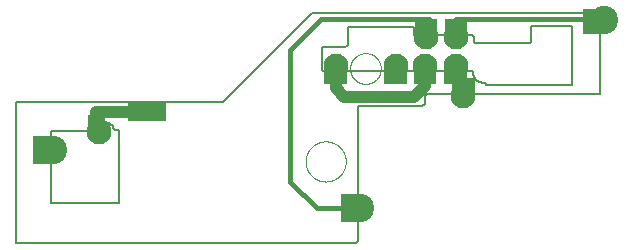
<source format=gtl>
G75*
%MOIN*%
%OFA0B0*%
%FSLAX25Y25*%
%IPPOS*%
%LPD*%
%AMOC8*
5,1,8,0,0,1.08239X$1,22.5*
%
%ADD10C,0.00500*%
%ADD11C,0.00000*%
%ADD12R,0.06298X0.06298*%
%ADD13R,0.05118X0.05118*%
%ADD14C,0.09449*%
%ADD15C,0.08268*%
%ADD16C,0.04000*%
%ADD17C,0.01600*%
D10*
X0042959Y0002747D02*
X0042959Y0049692D01*
X0112113Y0049692D01*
X0141821Y0079399D01*
X0237843Y0079399D01*
X0237843Y0052623D01*
X0180234Y0052623D01*
X0180178Y0052621D01*
X0180123Y0052615D01*
X0180068Y0052605D01*
X0180013Y0052591D01*
X0179960Y0052574D01*
X0179909Y0052552D01*
X0179859Y0052527D01*
X0179811Y0052499D01*
X0179765Y0052467D01*
X0179721Y0052432D01*
X0179680Y0052394D01*
X0179642Y0052353D01*
X0179607Y0052309D01*
X0179575Y0052263D01*
X0179547Y0052215D01*
X0179522Y0052165D01*
X0179500Y0052114D01*
X0179483Y0052061D01*
X0179469Y0052006D01*
X0179459Y0051951D01*
X0179453Y0051896D01*
X0179451Y0051840D01*
X0179451Y0049948D01*
X0179449Y0049878D01*
X0179443Y0049809D01*
X0179434Y0049739D01*
X0179421Y0049671D01*
X0179404Y0049603D01*
X0179383Y0049536D01*
X0179359Y0049471D01*
X0179332Y0049406D01*
X0179301Y0049344D01*
X0179266Y0049283D01*
X0179229Y0049224D01*
X0179188Y0049167D01*
X0179144Y0049113D01*
X0179098Y0049061D01*
X0179048Y0049011D01*
X0178996Y0048965D01*
X0178942Y0048921D01*
X0178885Y0048880D01*
X0178826Y0048843D01*
X0178765Y0048808D01*
X0178703Y0048777D01*
X0178638Y0048750D01*
X0178573Y0048726D01*
X0178506Y0048705D01*
X0178438Y0048688D01*
X0178370Y0048675D01*
X0178300Y0048666D01*
X0178231Y0048660D01*
X0178161Y0048658D01*
X0157132Y0048658D01*
X0157132Y0004322D01*
X0157130Y0004245D01*
X0157124Y0004168D01*
X0157115Y0004091D01*
X0157102Y0004015D01*
X0157085Y0003939D01*
X0157064Y0003865D01*
X0157040Y0003791D01*
X0157012Y0003719D01*
X0156981Y0003649D01*
X0156946Y0003580D01*
X0156908Y0003512D01*
X0156867Y0003447D01*
X0156822Y0003384D01*
X0156774Y0003323D01*
X0156724Y0003264D01*
X0156671Y0003208D01*
X0156615Y0003155D01*
X0156556Y0003105D01*
X0156495Y0003057D01*
X0156432Y0003012D01*
X0156367Y0002971D01*
X0156299Y0002933D01*
X0156230Y0002898D01*
X0156160Y0002867D01*
X0156088Y0002839D01*
X0156014Y0002815D01*
X0155940Y0002794D01*
X0155864Y0002777D01*
X0155788Y0002764D01*
X0155711Y0002755D01*
X0155634Y0002749D01*
X0155557Y0002747D01*
X0042959Y0002747D01*
X0054770Y0016330D02*
X0054770Y0040240D01*
X0067642Y0040240D01*
X0068062Y0040500D01*
X0068362Y0040959D01*
X0068661Y0041339D01*
X0068921Y0041599D01*
X0069221Y0041899D01*
X0069521Y0042098D01*
X0069902Y0042327D01*
X0070213Y0042506D01*
X0070642Y0042737D01*
X0070981Y0042908D01*
X0071280Y0043049D01*
X0071689Y0043178D01*
X0071999Y0043198D01*
X0072359Y0043178D01*
X0072619Y0043138D01*
X0072859Y0043078D01*
X0073198Y0042978D01*
X0073618Y0042818D01*
X0073938Y0042718D01*
X0074298Y0042538D01*
X0074638Y0042298D01*
X0074917Y0042038D01*
X0075217Y0041759D01*
X0075397Y0041479D01*
X0075517Y0041339D01*
X0075717Y0040999D01*
X0076029Y0040542D01*
X0077211Y0040542D01*
X0077211Y0016330D01*
X0054770Y0016330D01*
X0145604Y0060222D02*
X0194639Y0060222D01*
X0194642Y0060225D01*
X0194940Y0060224D01*
X0195191Y0060220D01*
X0195193Y0060094D01*
X0195199Y0059969D01*
X0195209Y0059843D01*
X0195223Y0059719D01*
X0195240Y0059594D01*
X0195262Y0059470D01*
X0195287Y0059347D01*
X0195317Y0059225D01*
X0195350Y0059104D01*
X0195387Y0058984D01*
X0195428Y0058865D01*
X0195472Y0058747D01*
X0195520Y0058631D01*
X0195572Y0058516D01*
X0195627Y0058404D01*
X0195686Y0058293D01*
X0195748Y0058183D01*
X0195814Y0058076D01*
X0195883Y0057971D01*
X0195955Y0057868D01*
X0196031Y0057768D01*
X0196109Y0057670D01*
X0196191Y0057574D01*
X0196275Y0057481D01*
X0196363Y0057391D01*
X0196453Y0057303D01*
X0196546Y0057219D01*
X0196642Y0057137D01*
X0196740Y0057059D01*
X0196840Y0056983D01*
X0196943Y0056911D01*
X0197048Y0056842D01*
X0197155Y0056776D01*
X0197265Y0056714D01*
X0197376Y0056655D01*
X0197488Y0056600D01*
X0197603Y0056548D01*
X0197719Y0056500D01*
X0197837Y0056456D01*
X0197956Y0056415D01*
X0198076Y0056378D01*
X0198197Y0056345D01*
X0198319Y0056315D01*
X0198442Y0056290D01*
X0198566Y0056268D01*
X0198691Y0056251D01*
X0198815Y0056237D01*
X0198941Y0056227D01*
X0199066Y0056221D01*
X0199192Y0056219D01*
X0199712Y0056219D01*
X0199712Y0055420D01*
X0227793Y0055420D01*
X0227845Y0055422D01*
X0227897Y0055428D01*
X0227948Y0055437D01*
X0227998Y0055451D01*
X0228047Y0055468D01*
X0228095Y0055489D01*
X0228141Y0055513D01*
X0228185Y0055541D01*
X0228226Y0055572D01*
X0228266Y0055606D01*
X0228302Y0055642D01*
X0228336Y0055682D01*
X0228367Y0055723D01*
X0228395Y0055768D01*
X0228419Y0055813D01*
X0228440Y0055861D01*
X0228457Y0055910D01*
X0228471Y0055960D01*
X0228480Y0056011D01*
X0228486Y0056063D01*
X0228488Y0056115D01*
X0228489Y0056115D02*
X0228489Y0075053D01*
X0228342Y0075053D01*
X0214668Y0075053D01*
X0214668Y0070491D01*
X0214666Y0070425D01*
X0214660Y0070360D01*
X0214651Y0070295D01*
X0214638Y0070231D01*
X0214621Y0070168D01*
X0214600Y0070106D01*
X0214576Y0070045D01*
X0214548Y0069985D01*
X0214517Y0069928D01*
X0214483Y0069872D01*
X0214445Y0069818D01*
X0214404Y0069767D01*
X0214361Y0069718D01*
X0214314Y0069671D01*
X0214265Y0069628D01*
X0214214Y0069587D01*
X0214160Y0069549D01*
X0214105Y0069515D01*
X0214047Y0069484D01*
X0213987Y0069456D01*
X0213926Y0069432D01*
X0213864Y0069411D01*
X0213801Y0069394D01*
X0213737Y0069381D01*
X0213672Y0069372D01*
X0213607Y0069366D01*
X0213541Y0069364D01*
X0196794Y0069364D01*
X0196731Y0069366D01*
X0196669Y0069371D01*
X0196607Y0069380D01*
X0196546Y0069393D01*
X0196485Y0069409D01*
X0196426Y0069429D01*
X0196367Y0069452D01*
X0196311Y0069479D01*
X0196256Y0069508D01*
X0196202Y0069541D01*
X0196151Y0069577D01*
X0196102Y0069616D01*
X0196055Y0069658D01*
X0196011Y0069702D01*
X0195969Y0069749D01*
X0195930Y0069798D01*
X0195894Y0069849D01*
X0195861Y0069903D01*
X0195832Y0069958D01*
X0195805Y0070014D01*
X0195782Y0070073D01*
X0195762Y0070132D01*
X0195746Y0070193D01*
X0195733Y0070254D01*
X0195724Y0070316D01*
X0195719Y0070378D01*
X0195717Y0070441D01*
X0195717Y0071468D01*
X0195715Y0071522D01*
X0195709Y0071577D01*
X0195700Y0071630D01*
X0195686Y0071683D01*
X0195669Y0071735D01*
X0195648Y0071785D01*
X0195624Y0071834D01*
X0195596Y0071881D01*
X0195565Y0071925D01*
X0195531Y0071968D01*
X0195494Y0072008D01*
X0195454Y0072045D01*
X0195411Y0072079D01*
X0195367Y0072110D01*
X0195320Y0072138D01*
X0195271Y0072162D01*
X0195221Y0072183D01*
X0195169Y0072200D01*
X0195116Y0072214D01*
X0195063Y0072223D01*
X0195008Y0072229D01*
X0194954Y0072231D01*
X0175727Y0072231D01*
X0175727Y0074918D01*
X0153779Y0074918D01*
X0153779Y0069576D01*
X0153777Y0069506D01*
X0153771Y0069436D01*
X0153762Y0069366D01*
X0153749Y0069298D01*
X0153732Y0069230D01*
X0153711Y0069163D01*
X0153687Y0069097D01*
X0153659Y0069032D01*
X0153628Y0068969D01*
X0153594Y0068908D01*
X0153556Y0068849D01*
X0153515Y0068792D01*
X0153471Y0068738D01*
X0153424Y0068685D01*
X0153375Y0068636D01*
X0153322Y0068589D01*
X0153268Y0068545D01*
X0153211Y0068504D01*
X0153152Y0068466D01*
X0153091Y0068432D01*
X0153028Y0068401D01*
X0152963Y0068373D01*
X0152897Y0068349D01*
X0152830Y0068328D01*
X0152762Y0068311D01*
X0152694Y0068298D01*
X0152624Y0068289D01*
X0152554Y0068283D01*
X0152484Y0068281D01*
X0144856Y0068281D01*
X0144856Y0060971D01*
X0144858Y0060918D01*
X0144864Y0060865D01*
X0144873Y0060812D01*
X0144886Y0060760D01*
X0144903Y0060710D01*
X0144924Y0060660D01*
X0144947Y0060613D01*
X0144975Y0060567D01*
X0145005Y0060523D01*
X0145039Y0060481D01*
X0145075Y0060442D01*
X0145114Y0060406D01*
X0145156Y0060372D01*
X0145200Y0060342D01*
X0145246Y0060314D01*
X0145293Y0060291D01*
X0145343Y0060270D01*
X0145393Y0060253D01*
X0145445Y0060240D01*
X0145498Y0060231D01*
X0145551Y0060225D01*
X0145604Y0060223D01*
D11*
X0154387Y0060986D02*
X0154389Y0061129D01*
X0154395Y0061272D01*
X0154405Y0061414D01*
X0154419Y0061556D01*
X0154437Y0061698D01*
X0154459Y0061840D01*
X0154484Y0061980D01*
X0154514Y0062120D01*
X0154548Y0062259D01*
X0154585Y0062397D01*
X0154627Y0062534D01*
X0154672Y0062669D01*
X0154721Y0062803D01*
X0154773Y0062936D01*
X0154829Y0063068D01*
X0154889Y0063197D01*
X0154953Y0063325D01*
X0155020Y0063452D01*
X0155091Y0063576D01*
X0155165Y0063698D01*
X0155242Y0063818D01*
X0155323Y0063936D01*
X0155407Y0064052D01*
X0155494Y0064165D01*
X0155584Y0064276D01*
X0155678Y0064384D01*
X0155774Y0064490D01*
X0155873Y0064592D01*
X0155976Y0064692D01*
X0156080Y0064789D01*
X0156188Y0064884D01*
X0156298Y0064975D01*
X0156411Y0065063D01*
X0156526Y0065147D01*
X0156643Y0065229D01*
X0156763Y0065307D01*
X0156884Y0065382D01*
X0157008Y0065454D01*
X0157134Y0065522D01*
X0157261Y0065586D01*
X0157391Y0065647D01*
X0157522Y0065704D01*
X0157654Y0065758D01*
X0157788Y0065807D01*
X0157923Y0065854D01*
X0158060Y0065896D01*
X0158198Y0065934D01*
X0158336Y0065969D01*
X0158476Y0065999D01*
X0158616Y0066026D01*
X0158757Y0066049D01*
X0158899Y0066068D01*
X0159041Y0066083D01*
X0159184Y0066094D01*
X0159326Y0066101D01*
X0159469Y0066104D01*
X0159612Y0066103D01*
X0159755Y0066098D01*
X0159898Y0066089D01*
X0160040Y0066076D01*
X0160182Y0066059D01*
X0160323Y0066038D01*
X0160464Y0066013D01*
X0160604Y0065985D01*
X0160743Y0065952D01*
X0160881Y0065915D01*
X0161018Y0065875D01*
X0161154Y0065831D01*
X0161289Y0065783D01*
X0161422Y0065731D01*
X0161554Y0065676D01*
X0161684Y0065617D01*
X0161813Y0065554D01*
X0161939Y0065488D01*
X0162064Y0065418D01*
X0162187Y0065345D01*
X0162307Y0065269D01*
X0162426Y0065189D01*
X0162542Y0065105D01*
X0162656Y0065019D01*
X0162767Y0064929D01*
X0162876Y0064837D01*
X0162982Y0064741D01*
X0163086Y0064643D01*
X0163187Y0064541D01*
X0163284Y0064437D01*
X0163379Y0064330D01*
X0163471Y0064221D01*
X0163560Y0064109D01*
X0163646Y0063994D01*
X0163728Y0063878D01*
X0163807Y0063758D01*
X0163883Y0063637D01*
X0163955Y0063514D01*
X0164024Y0063389D01*
X0164089Y0063262D01*
X0164151Y0063133D01*
X0164209Y0063002D01*
X0164264Y0062870D01*
X0164314Y0062736D01*
X0164361Y0062601D01*
X0164405Y0062465D01*
X0164444Y0062328D01*
X0164479Y0062189D01*
X0164511Y0062050D01*
X0164539Y0061910D01*
X0164563Y0061769D01*
X0164583Y0061627D01*
X0164599Y0061485D01*
X0164611Y0061343D01*
X0164619Y0061200D01*
X0164623Y0061057D01*
X0164623Y0060915D01*
X0164619Y0060772D01*
X0164611Y0060629D01*
X0164599Y0060487D01*
X0164583Y0060345D01*
X0164563Y0060203D01*
X0164539Y0060062D01*
X0164511Y0059922D01*
X0164479Y0059783D01*
X0164444Y0059644D01*
X0164405Y0059507D01*
X0164361Y0059371D01*
X0164314Y0059236D01*
X0164264Y0059102D01*
X0164209Y0058970D01*
X0164151Y0058839D01*
X0164089Y0058710D01*
X0164024Y0058583D01*
X0163955Y0058458D01*
X0163883Y0058335D01*
X0163807Y0058214D01*
X0163728Y0058094D01*
X0163646Y0057978D01*
X0163560Y0057863D01*
X0163471Y0057751D01*
X0163379Y0057642D01*
X0163284Y0057535D01*
X0163187Y0057431D01*
X0163086Y0057329D01*
X0162982Y0057231D01*
X0162876Y0057135D01*
X0162767Y0057043D01*
X0162656Y0056953D01*
X0162542Y0056867D01*
X0162426Y0056783D01*
X0162307Y0056703D01*
X0162187Y0056627D01*
X0162064Y0056554D01*
X0161939Y0056484D01*
X0161813Y0056418D01*
X0161684Y0056355D01*
X0161554Y0056296D01*
X0161422Y0056241D01*
X0161289Y0056189D01*
X0161154Y0056141D01*
X0161018Y0056097D01*
X0160881Y0056057D01*
X0160743Y0056020D01*
X0160604Y0055987D01*
X0160464Y0055959D01*
X0160323Y0055934D01*
X0160182Y0055913D01*
X0160040Y0055896D01*
X0159898Y0055883D01*
X0159755Y0055874D01*
X0159612Y0055869D01*
X0159469Y0055868D01*
X0159326Y0055871D01*
X0159184Y0055878D01*
X0159041Y0055889D01*
X0158899Y0055904D01*
X0158757Y0055923D01*
X0158616Y0055946D01*
X0158476Y0055973D01*
X0158336Y0056003D01*
X0158198Y0056038D01*
X0158060Y0056076D01*
X0157923Y0056118D01*
X0157788Y0056165D01*
X0157654Y0056214D01*
X0157522Y0056268D01*
X0157391Y0056325D01*
X0157261Y0056386D01*
X0157134Y0056450D01*
X0157008Y0056518D01*
X0156884Y0056590D01*
X0156763Y0056665D01*
X0156643Y0056743D01*
X0156526Y0056825D01*
X0156411Y0056909D01*
X0156298Y0056997D01*
X0156188Y0057088D01*
X0156080Y0057183D01*
X0155976Y0057280D01*
X0155873Y0057380D01*
X0155774Y0057482D01*
X0155678Y0057588D01*
X0155584Y0057696D01*
X0155494Y0057807D01*
X0155407Y0057920D01*
X0155323Y0058036D01*
X0155242Y0058154D01*
X0155165Y0058274D01*
X0155091Y0058396D01*
X0155020Y0058520D01*
X0154953Y0058647D01*
X0154889Y0058775D01*
X0154829Y0058904D01*
X0154773Y0059036D01*
X0154721Y0059169D01*
X0154672Y0059303D01*
X0154627Y0059438D01*
X0154585Y0059575D01*
X0154548Y0059713D01*
X0154514Y0059852D01*
X0154484Y0059992D01*
X0154459Y0060132D01*
X0154437Y0060274D01*
X0154419Y0060416D01*
X0154405Y0060558D01*
X0154395Y0060700D01*
X0154389Y0060843D01*
X0154387Y0060986D01*
X0139560Y0030027D02*
X0139562Y0030191D01*
X0139568Y0030355D01*
X0139578Y0030519D01*
X0139592Y0030683D01*
X0139610Y0030846D01*
X0139632Y0031009D01*
X0139659Y0031171D01*
X0139689Y0031333D01*
X0139723Y0031493D01*
X0139761Y0031653D01*
X0139802Y0031812D01*
X0139848Y0031970D01*
X0139898Y0032126D01*
X0139951Y0032282D01*
X0140008Y0032436D01*
X0140069Y0032588D01*
X0140134Y0032739D01*
X0140203Y0032889D01*
X0140275Y0033036D01*
X0140350Y0033182D01*
X0140430Y0033326D01*
X0140512Y0033468D01*
X0140598Y0033608D01*
X0140688Y0033745D01*
X0140781Y0033881D01*
X0140877Y0034014D01*
X0140977Y0034145D01*
X0141079Y0034273D01*
X0141185Y0034399D01*
X0141294Y0034522D01*
X0141406Y0034642D01*
X0141520Y0034760D01*
X0141638Y0034874D01*
X0141758Y0034986D01*
X0141881Y0035095D01*
X0142007Y0035201D01*
X0142135Y0035303D01*
X0142266Y0035403D01*
X0142399Y0035499D01*
X0142535Y0035592D01*
X0142672Y0035682D01*
X0142812Y0035768D01*
X0142954Y0035850D01*
X0143098Y0035930D01*
X0143244Y0036005D01*
X0143391Y0036077D01*
X0143541Y0036146D01*
X0143692Y0036211D01*
X0143844Y0036272D01*
X0143998Y0036329D01*
X0144154Y0036382D01*
X0144310Y0036432D01*
X0144468Y0036478D01*
X0144627Y0036519D01*
X0144787Y0036557D01*
X0144947Y0036591D01*
X0145109Y0036621D01*
X0145271Y0036648D01*
X0145434Y0036670D01*
X0145597Y0036688D01*
X0145761Y0036702D01*
X0145925Y0036712D01*
X0146089Y0036718D01*
X0146253Y0036720D01*
X0146417Y0036718D01*
X0146581Y0036712D01*
X0146745Y0036702D01*
X0146909Y0036688D01*
X0147072Y0036670D01*
X0147235Y0036648D01*
X0147397Y0036621D01*
X0147559Y0036591D01*
X0147719Y0036557D01*
X0147879Y0036519D01*
X0148038Y0036478D01*
X0148196Y0036432D01*
X0148352Y0036382D01*
X0148508Y0036329D01*
X0148662Y0036272D01*
X0148814Y0036211D01*
X0148965Y0036146D01*
X0149115Y0036077D01*
X0149262Y0036005D01*
X0149408Y0035930D01*
X0149552Y0035850D01*
X0149694Y0035768D01*
X0149834Y0035682D01*
X0149971Y0035592D01*
X0150107Y0035499D01*
X0150240Y0035403D01*
X0150371Y0035303D01*
X0150499Y0035201D01*
X0150625Y0035095D01*
X0150748Y0034986D01*
X0150868Y0034874D01*
X0150986Y0034760D01*
X0151100Y0034642D01*
X0151212Y0034522D01*
X0151321Y0034399D01*
X0151427Y0034273D01*
X0151529Y0034145D01*
X0151629Y0034014D01*
X0151725Y0033881D01*
X0151818Y0033745D01*
X0151908Y0033608D01*
X0151994Y0033468D01*
X0152076Y0033326D01*
X0152156Y0033182D01*
X0152231Y0033036D01*
X0152303Y0032889D01*
X0152372Y0032739D01*
X0152437Y0032588D01*
X0152498Y0032436D01*
X0152555Y0032282D01*
X0152608Y0032126D01*
X0152658Y0031970D01*
X0152704Y0031812D01*
X0152745Y0031653D01*
X0152783Y0031493D01*
X0152817Y0031333D01*
X0152847Y0031171D01*
X0152874Y0031009D01*
X0152896Y0030846D01*
X0152914Y0030683D01*
X0152928Y0030519D01*
X0152938Y0030355D01*
X0152944Y0030191D01*
X0152946Y0030027D01*
X0152944Y0029863D01*
X0152938Y0029699D01*
X0152928Y0029535D01*
X0152914Y0029371D01*
X0152896Y0029208D01*
X0152874Y0029045D01*
X0152847Y0028883D01*
X0152817Y0028721D01*
X0152783Y0028561D01*
X0152745Y0028401D01*
X0152704Y0028242D01*
X0152658Y0028084D01*
X0152608Y0027928D01*
X0152555Y0027772D01*
X0152498Y0027618D01*
X0152437Y0027466D01*
X0152372Y0027315D01*
X0152303Y0027165D01*
X0152231Y0027018D01*
X0152156Y0026872D01*
X0152076Y0026728D01*
X0151994Y0026586D01*
X0151908Y0026446D01*
X0151818Y0026309D01*
X0151725Y0026173D01*
X0151629Y0026040D01*
X0151529Y0025909D01*
X0151427Y0025781D01*
X0151321Y0025655D01*
X0151212Y0025532D01*
X0151100Y0025412D01*
X0150986Y0025294D01*
X0150868Y0025180D01*
X0150748Y0025068D01*
X0150625Y0024959D01*
X0150499Y0024853D01*
X0150371Y0024751D01*
X0150240Y0024651D01*
X0150107Y0024555D01*
X0149971Y0024462D01*
X0149834Y0024372D01*
X0149694Y0024286D01*
X0149552Y0024204D01*
X0149408Y0024124D01*
X0149262Y0024049D01*
X0149115Y0023977D01*
X0148965Y0023908D01*
X0148814Y0023843D01*
X0148662Y0023782D01*
X0148508Y0023725D01*
X0148352Y0023672D01*
X0148196Y0023622D01*
X0148038Y0023576D01*
X0147879Y0023535D01*
X0147719Y0023497D01*
X0147559Y0023463D01*
X0147397Y0023433D01*
X0147235Y0023406D01*
X0147072Y0023384D01*
X0146909Y0023366D01*
X0146745Y0023352D01*
X0146581Y0023342D01*
X0146417Y0023336D01*
X0146253Y0023334D01*
X0146089Y0023336D01*
X0145925Y0023342D01*
X0145761Y0023352D01*
X0145597Y0023366D01*
X0145434Y0023384D01*
X0145271Y0023406D01*
X0145109Y0023433D01*
X0144947Y0023463D01*
X0144787Y0023497D01*
X0144627Y0023535D01*
X0144468Y0023576D01*
X0144310Y0023622D01*
X0144154Y0023672D01*
X0143998Y0023725D01*
X0143844Y0023782D01*
X0143692Y0023843D01*
X0143541Y0023908D01*
X0143391Y0023977D01*
X0143244Y0024049D01*
X0143098Y0024124D01*
X0142954Y0024204D01*
X0142812Y0024286D01*
X0142672Y0024372D01*
X0142535Y0024462D01*
X0142399Y0024555D01*
X0142266Y0024651D01*
X0142135Y0024751D01*
X0142007Y0024853D01*
X0141881Y0024959D01*
X0141758Y0025068D01*
X0141638Y0025180D01*
X0141520Y0025294D01*
X0141406Y0025412D01*
X0141294Y0025532D01*
X0141185Y0025655D01*
X0141079Y0025781D01*
X0140977Y0025909D01*
X0140877Y0026040D01*
X0140781Y0026173D01*
X0140688Y0026309D01*
X0140598Y0026446D01*
X0140512Y0026586D01*
X0140430Y0026728D01*
X0140350Y0026872D01*
X0140275Y0027018D01*
X0140203Y0027165D01*
X0140134Y0027315D01*
X0140069Y0027466D01*
X0140008Y0027618D01*
X0139951Y0027772D01*
X0139898Y0027928D01*
X0139848Y0028084D01*
X0139802Y0028242D01*
X0139761Y0028401D01*
X0139723Y0028561D01*
X0139689Y0028721D01*
X0139659Y0028883D01*
X0139632Y0029045D01*
X0139610Y0029208D01*
X0139592Y0029371D01*
X0139578Y0029535D01*
X0139568Y0029699D01*
X0139562Y0029863D01*
X0139560Y0030027D01*
D12*
X0154365Y0016179D03*
X0154365Y0013000D03*
X0089983Y0046448D03*
X0087030Y0046448D03*
X0083487Y0046448D03*
X0051801Y0035407D03*
X0051801Y0032262D03*
X0148735Y0058991D03*
X0150195Y0058991D03*
X0168814Y0058991D03*
X0170274Y0058991D03*
X0178718Y0058991D03*
X0180178Y0058991D03*
X0188826Y0058991D03*
X0190286Y0058991D03*
X0191431Y0054780D03*
X0192890Y0054780D03*
X0190453Y0074517D03*
X0188993Y0074517D03*
X0180414Y0074517D03*
X0178954Y0074517D03*
X0235100Y0075619D03*
X0235100Y0077730D03*
D13*
X0070485Y0043018D03*
X0069894Y0043018D03*
X0069304Y0043018D03*
X0069196Y0043018D03*
X0069304Y0042428D03*
D14*
X0055362Y0033832D03*
X0157679Y0014577D03*
X0238877Y0077213D03*
D15*
X0189656Y0071435D03*
X0179616Y0071435D03*
X0179517Y0061816D03*
X0169613Y0061816D03*
X0189625Y0061816D03*
X0192092Y0051955D03*
X0149534Y0061816D03*
X0070741Y0039818D03*
D16*
X0069730Y0043692D02*
X0069730Y0046448D01*
X0081935Y0046448D01*
X0149524Y0054450D02*
X0152407Y0051566D01*
X0175636Y0051566D01*
X0179349Y0055279D01*
X0179349Y0056470D01*
X0149524Y0058277D02*
X0149524Y0054450D01*
D17*
X0134393Y0067279D02*
X0144755Y0077641D01*
X0180663Y0077641D01*
X0181148Y0077157D01*
X0189022Y0076763D02*
X0189824Y0077565D01*
X0233276Y0077565D01*
X0134393Y0067279D02*
X0134393Y0023338D01*
X0143198Y0014533D01*
X0153703Y0014533D01*
M02*

</source>
